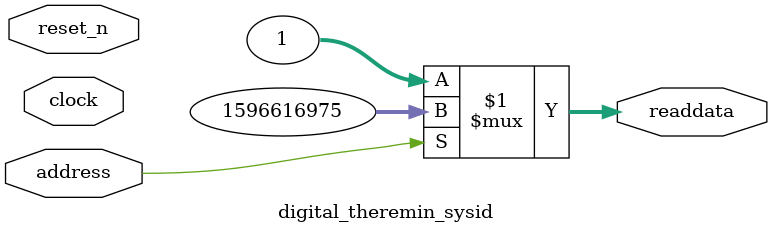
<source format=v>



// synthesis translate_off
`timescale 1ns / 1ps
// synthesis translate_on

// turn off superfluous verilog processor warnings 
// altera message_level Level1 
// altera message_off 10034 10035 10036 10037 10230 10240 10030 

module digital_theremin_sysid (
               // inputs:
                address,
                clock,
                reset_n,

               // outputs:
                readdata
             )
;

  output  [ 31: 0] readdata;
  input            address;
  input            clock;
  input            reset_n;

  wire    [ 31: 0] readdata;
  //control_slave, which is an e_avalon_slave
  assign readdata = address ? 1596616975 : 1;

endmodule



</source>
